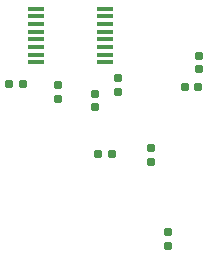
<source format=gbr>
%TF.GenerationSoftware,KiCad,Pcbnew,(6.0.8)*%
%TF.CreationDate,2023-01-31T16:58:12-08:00*%
%TF.ProjectId,Microwave Sensor v2,4d696372-6f77-4617-9665-2053656e736f,rev?*%
%TF.SameCoordinates,Original*%
%TF.FileFunction,Paste,Bot*%
%TF.FilePolarity,Positive*%
%FSLAX46Y46*%
G04 Gerber Fmt 4.6, Leading zero omitted, Abs format (unit mm)*
G04 Created by KiCad (PCBNEW (6.0.8)) date 2023-01-31 16:58:12*
%MOMM*%
%LPD*%
G01*
G04 APERTURE LIST*
G04 Aperture macros list*
%AMRoundRect*
0 Rectangle with rounded corners*
0 $1 Rounding radius*
0 $2 $3 $4 $5 $6 $7 $8 $9 X,Y pos of 4 corners*
0 Add a 4 corners polygon primitive as box body*
4,1,4,$2,$3,$4,$5,$6,$7,$8,$9,$2,$3,0*
0 Add four circle primitives for the rounded corners*
1,1,$1+$1,$2,$3*
1,1,$1+$1,$4,$5*
1,1,$1+$1,$6,$7*
1,1,$1+$1,$8,$9*
0 Add four rect primitives between the rounded corners*
20,1,$1+$1,$2,$3,$4,$5,0*
20,1,$1+$1,$4,$5,$6,$7,0*
20,1,$1+$1,$6,$7,$8,$9,0*
20,1,$1+$1,$8,$9,$2,$3,0*%
G04 Aperture macros list end*
%ADD10RoundRect,0.160000X-0.160000X0.197500X-0.160000X-0.197500X0.160000X-0.197500X0.160000X0.197500X0*%
%ADD11RoundRect,0.160000X0.197500X0.160000X-0.197500X0.160000X-0.197500X-0.160000X0.197500X-0.160000X0*%
%ADD12RoundRect,0.155000X0.155000X-0.212500X0.155000X0.212500X-0.155000X0.212500X-0.155000X-0.212500X0*%
%ADD13RoundRect,0.155000X-0.212500X-0.155000X0.212500X-0.155000X0.212500X0.155000X-0.212500X0.155000X0*%
%ADD14RoundRect,0.155000X-0.155000X0.212500X-0.155000X-0.212500X0.155000X-0.212500X0.155000X0.212500X0*%
%ADD15R,1.475000X0.450000*%
%ADD16RoundRect,0.160000X-0.197500X-0.160000X0.197500X-0.160000X0.197500X0.160000X-0.197500X0.160000X0*%
%ADD17RoundRect,0.160000X0.160000X-0.197500X0.160000X0.197500X-0.160000X0.197500X-0.160000X-0.197500X0*%
G04 APERTURE END LIST*
D10*
%TO.C,R2*%
X136400000Y-89202500D03*
X136400000Y-90397500D03*
%TD*%
D11*
%TO.C,R3*%
X128359500Y-89700000D03*
X127164500Y-89700000D03*
%TD*%
D12*
%TO.C,C6*%
X134400000Y-91667500D03*
X134400000Y-90532500D03*
%TD*%
D13*
%TO.C,C12*%
X142032500Y-90000000D03*
X143167500Y-90000000D03*
%TD*%
D14*
%TO.C,C7*%
X131262000Y-89832500D03*
X131262000Y-90967500D03*
%TD*%
D10*
%TO.C,R10*%
X140600000Y-102202500D03*
X140600000Y-103397500D03*
%TD*%
D15*
%TO.C,IC2*%
X129424000Y-87875000D03*
X129424000Y-87225000D03*
X129424000Y-86575000D03*
X129424000Y-85925000D03*
X129424000Y-85275000D03*
X129424000Y-84625000D03*
X129424000Y-83975000D03*
X129424000Y-83325000D03*
X135300000Y-83325000D03*
X135300000Y-83975000D03*
X135300000Y-84625000D03*
X135300000Y-85275000D03*
X135300000Y-85925000D03*
X135300000Y-86575000D03*
X135300000Y-87225000D03*
X135300000Y-87875000D03*
%TD*%
D16*
%TO.C,R9*%
X134702500Y-95600000D03*
X135897500Y-95600000D03*
%TD*%
D12*
%TO.C,C16*%
X143200000Y-88467500D03*
X143200000Y-87332500D03*
%TD*%
D17*
%TO.C,R7*%
X139200000Y-96297500D03*
X139200000Y-95102500D03*
%TD*%
M02*

</source>
